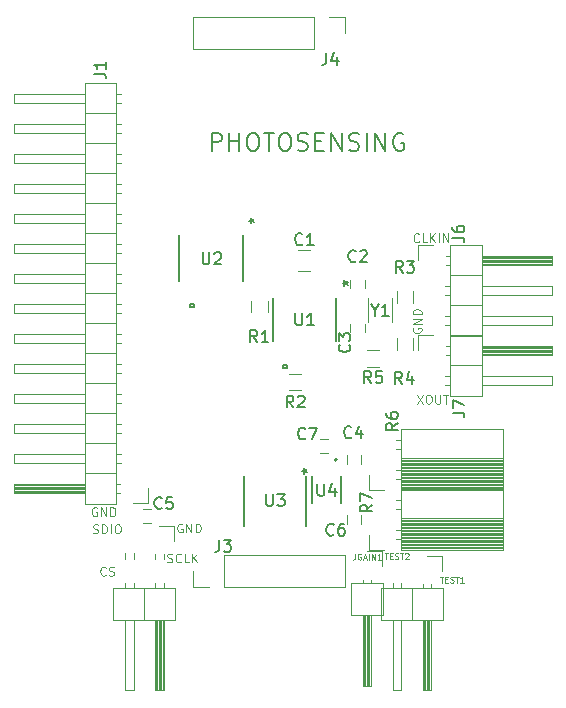
<source format=gto>
%TF.GenerationSoftware,KiCad,Pcbnew,(5.1.6-0-10_14)*%
%TF.CreationDate,2021-01-07T19:03:09+09:00*%
%TF.ProjectId,qPCR-photosensing,71504352-2d70-4686-9f74-6f73656e7369,rev?*%
%TF.SameCoordinates,Original*%
%TF.FileFunction,Legend,Top*%
%TF.FilePolarity,Positive*%
%FSLAX46Y46*%
G04 Gerber Fmt 4.6, Leading zero omitted, Abs format (unit mm)*
G04 Created by KiCad (PCBNEW (5.1.6-0-10_14)) date 2021-01-07 19:03:09*
%MOMM*%
%LPD*%
G01*
G04 APERTURE LIST*
%ADD10C,0.125000*%
%ADD11C,0.150000*%
%ADD12C,0.120000*%
%ADD13C,0.152400*%
%ADD14C,0.127000*%
%ADD15C,0.200000*%
G04 APERTURE END LIST*
D10*
X83628571Y-104615000D02*
X83557142Y-104579285D01*
X83450000Y-104579285D01*
X83342857Y-104615000D01*
X83271428Y-104686428D01*
X83235714Y-104757857D01*
X83200000Y-104900714D01*
X83200000Y-105007857D01*
X83235714Y-105150714D01*
X83271428Y-105222142D01*
X83342857Y-105293571D01*
X83450000Y-105329285D01*
X83521428Y-105329285D01*
X83628571Y-105293571D01*
X83664285Y-105257857D01*
X83664285Y-105007857D01*
X83521428Y-105007857D01*
X83985714Y-105329285D02*
X83985714Y-104579285D01*
X84414285Y-105329285D01*
X84414285Y-104579285D01*
X84771428Y-105329285D02*
X84771428Y-104579285D01*
X84950000Y-104579285D01*
X85057142Y-104615000D01*
X85128571Y-104686428D01*
X85164285Y-104757857D01*
X85200000Y-104900714D01*
X85200000Y-105007857D01*
X85164285Y-105150714D01*
X85128571Y-105222142D01*
X85057142Y-105293571D01*
X84950000Y-105329285D01*
X84771428Y-105329285D01*
X110405000Y-89411428D02*
X110369285Y-89482857D01*
X110369285Y-89590000D01*
X110405000Y-89697142D01*
X110476428Y-89768571D01*
X110547857Y-89804285D01*
X110690714Y-89840000D01*
X110797857Y-89840000D01*
X110940714Y-89804285D01*
X111012142Y-89768571D01*
X111083571Y-89697142D01*
X111119285Y-89590000D01*
X111119285Y-89518571D01*
X111083571Y-89411428D01*
X111047857Y-89375714D01*
X110797857Y-89375714D01*
X110797857Y-89518571D01*
X111119285Y-89054285D02*
X110369285Y-89054285D01*
X111119285Y-88625714D01*
X110369285Y-88625714D01*
X111119285Y-88268571D02*
X110369285Y-88268571D01*
X110369285Y-88090000D01*
X110405000Y-87982857D01*
X110476428Y-87911428D01*
X110547857Y-87875714D01*
X110690714Y-87840000D01*
X110797857Y-87840000D01*
X110940714Y-87875714D01*
X111012142Y-87911428D01*
X111083571Y-87982857D01*
X111119285Y-88090000D01*
X111119285Y-88268571D01*
X110902142Y-82087857D02*
X110866428Y-82123571D01*
X110759285Y-82159285D01*
X110687857Y-82159285D01*
X110580714Y-82123571D01*
X110509285Y-82052142D01*
X110473571Y-81980714D01*
X110437857Y-81837857D01*
X110437857Y-81730714D01*
X110473571Y-81587857D01*
X110509285Y-81516428D01*
X110580714Y-81445000D01*
X110687857Y-81409285D01*
X110759285Y-81409285D01*
X110866428Y-81445000D01*
X110902142Y-81480714D01*
X111580714Y-82159285D02*
X111223571Y-82159285D01*
X111223571Y-81409285D01*
X111830714Y-82159285D02*
X111830714Y-81409285D01*
X112259285Y-82159285D02*
X111937857Y-81730714D01*
X112259285Y-81409285D02*
X111830714Y-81837857D01*
X112580714Y-82159285D02*
X112580714Y-81409285D01*
X112937857Y-82159285D02*
X112937857Y-81409285D01*
X113366428Y-82159285D01*
X113366428Y-81409285D01*
X110718571Y-95079285D02*
X111218571Y-95829285D01*
X111218571Y-95079285D02*
X110718571Y-95829285D01*
X111647142Y-95079285D02*
X111790000Y-95079285D01*
X111861428Y-95115000D01*
X111932857Y-95186428D01*
X111968571Y-95329285D01*
X111968571Y-95579285D01*
X111932857Y-95722142D01*
X111861428Y-95793571D01*
X111790000Y-95829285D01*
X111647142Y-95829285D01*
X111575714Y-95793571D01*
X111504285Y-95722142D01*
X111468571Y-95579285D01*
X111468571Y-95329285D01*
X111504285Y-95186428D01*
X111575714Y-95115000D01*
X111647142Y-95079285D01*
X112290000Y-95079285D02*
X112290000Y-95686428D01*
X112325714Y-95757857D01*
X112361428Y-95793571D01*
X112432857Y-95829285D01*
X112575714Y-95829285D01*
X112647142Y-95793571D01*
X112682857Y-95757857D01*
X112718571Y-95686428D01*
X112718571Y-95079285D01*
X112968571Y-95079285D02*
X113397142Y-95079285D01*
X113182857Y-95829285D02*
X113182857Y-95079285D01*
X89582142Y-109233571D02*
X89689285Y-109269285D01*
X89867857Y-109269285D01*
X89939285Y-109233571D01*
X89975000Y-109197857D01*
X90010714Y-109126428D01*
X90010714Y-109055000D01*
X89975000Y-108983571D01*
X89939285Y-108947857D01*
X89867857Y-108912142D01*
X89725000Y-108876428D01*
X89653571Y-108840714D01*
X89617857Y-108805000D01*
X89582142Y-108733571D01*
X89582142Y-108662142D01*
X89617857Y-108590714D01*
X89653571Y-108555000D01*
X89725000Y-108519285D01*
X89903571Y-108519285D01*
X90010714Y-108555000D01*
X90760714Y-109197857D02*
X90725000Y-109233571D01*
X90617857Y-109269285D01*
X90546428Y-109269285D01*
X90439285Y-109233571D01*
X90367857Y-109162142D01*
X90332142Y-109090714D01*
X90296428Y-108947857D01*
X90296428Y-108840714D01*
X90332142Y-108697857D01*
X90367857Y-108626428D01*
X90439285Y-108555000D01*
X90546428Y-108519285D01*
X90617857Y-108519285D01*
X90725000Y-108555000D01*
X90760714Y-108590714D01*
X91439285Y-109269285D02*
X91082142Y-109269285D01*
X91082142Y-108519285D01*
X91689285Y-109269285D02*
X91689285Y-108519285D01*
X92117857Y-109269285D02*
X91796428Y-108840714D01*
X92117857Y-108519285D02*
X91689285Y-108947857D01*
X84365000Y-110307857D02*
X84329285Y-110343571D01*
X84222142Y-110379285D01*
X84150714Y-110379285D01*
X84043571Y-110343571D01*
X83972142Y-110272142D01*
X83936428Y-110200714D01*
X83900714Y-110057857D01*
X83900714Y-109950714D01*
X83936428Y-109807857D01*
X83972142Y-109736428D01*
X84043571Y-109665000D01*
X84150714Y-109629285D01*
X84222142Y-109629285D01*
X84329285Y-109665000D01*
X84365000Y-109700714D01*
X84650714Y-110343571D02*
X84757857Y-110379285D01*
X84936428Y-110379285D01*
X85007857Y-110343571D01*
X85043571Y-110307857D01*
X85079285Y-110236428D01*
X85079285Y-110165000D01*
X85043571Y-110093571D01*
X85007857Y-110057857D01*
X84936428Y-110022142D01*
X84793571Y-109986428D01*
X84722142Y-109950714D01*
X84686428Y-109915000D01*
X84650714Y-109843571D01*
X84650714Y-109772142D01*
X84686428Y-109700714D01*
X84722142Y-109665000D01*
X84793571Y-109629285D01*
X84972142Y-109629285D01*
X85079285Y-109665000D01*
X83319285Y-106763571D02*
X83426428Y-106799285D01*
X83605000Y-106799285D01*
X83676428Y-106763571D01*
X83712142Y-106727857D01*
X83747857Y-106656428D01*
X83747857Y-106585000D01*
X83712142Y-106513571D01*
X83676428Y-106477857D01*
X83605000Y-106442142D01*
X83462142Y-106406428D01*
X83390714Y-106370714D01*
X83355000Y-106335000D01*
X83319285Y-106263571D01*
X83319285Y-106192142D01*
X83355000Y-106120714D01*
X83390714Y-106085000D01*
X83462142Y-106049285D01*
X83640714Y-106049285D01*
X83747857Y-106085000D01*
X84069285Y-106799285D02*
X84069285Y-106049285D01*
X84247857Y-106049285D01*
X84355000Y-106085000D01*
X84426428Y-106156428D01*
X84462142Y-106227857D01*
X84497857Y-106370714D01*
X84497857Y-106477857D01*
X84462142Y-106620714D01*
X84426428Y-106692142D01*
X84355000Y-106763571D01*
X84247857Y-106799285D01*
X84069285Y-106799285D01*
X84819285Y-106799285D02*
X84819285Y-106049285D01*
X85319285Y-106049285D02*
X85462142Y-106049285D01*
X85533571Y-106085000D01*
X85605000Y-106156428D01*
X85640714Y-106299285D01*
X85640714Y-106549285D01*
X85605000Y-106692142D01*
X85533571Y-106763571D01*
X85462142Y-106799285D01*
X85319285Y-106799285D01*
X85247857Y-106763571D01*
X85176428Y-106692142D01*
X85140714Y-106549285D01*
X85140714Y-106299285D01*
X85176428Y-106156428D01*
X85247857Y-106085000D01*
X85319285Y-106049285D01*
X90848571Y-106015000D02*
X90777142Y-105979285D01*
X90670000Y-105979285D01*
X90562857Y-106015000D01*
X90491428Y-106086428D01*
X90455714Y-106157857D01*
X90420000Y-106300714D01*
X90420000Y-106407857D01*
X90455714Y-106550714D01*
X90491428Y-106622142D01*
X90562857Y-106693571D01*
X90670000Y-106729285D01*
X90741428Y-106729285D01*
X90848571Y-106693571D01*
X90884285Y-106657857D01*
X90884285Y-106407857D01*
X90741428Y-106407857D01*
X91205714Y-106729285D02*
X91205714Y-105979285D01*
X91634285Y-106729285D01*
X91634285Y-105979285D01*
X91991428Y-106729285D02*
X91991428Y-105979285D01*
X92170000Y-105979285D01*
X92277142Y-106015000D01*
X92348571Y-106086428D01*
X92384285Y-106157857D01*
X92420000Y-106300714D01*
X92420000Y-106407857D01*
X92384285Y-106550714D01*
X92348571Y-106622142D01*
X92277142Y-106693571D01*
X92170000Y-106729285D01*
X91991428Y-106729285D01*
X112674285Y-110466190D02*
X112960000Y-110466190D01*
X112817142Y-110966190D02*
X112817142Y-110466190D01*
X113126666Y-110704285D02*
X113293333Y-110704285D01*
X113364761Y-110966190D02*
X113126666Y-110966190D01*
X113126666Y-110466190D01*
X113364761Y-110466190D01*
X113555238Y-110942380D02*
X113626666Y-110966190D01*
X113745714Y-110966190D01*
X113793333Y-110942380D01*
X113817142Y-110918571D01*
X113840952Y-110870952D01*
X113840952Y-110823333D01*
X113817142Y-110775714D01*
X113793333Y-110751904D01*
X113745714Y-110728095D01*
X113650476Y-110704285D01*
X113602857Y-110680476D01*
X113579047Y-110656666D01*
X113555238Y-110609047D01*
X113555238Y-110561428D01*
X113579047Y-110513809D01*
X113602857Y-110490000D01*
X113650476Y-110466190D01*
X113769523Y-110466190D01*
X113840952Y-110490000D01*
X113983809Y-110466190D02*
X114269523Y-110466190D01*
X114126666Y-110966190D02*
X114126666Y-110466190D01*
X114698095Y-110966190D02*
X114412380Y-110966190D01*
X114555238Y-110966190D02*
X114555238Y-110466190D01*
X114507619Y-110537619D01*
X114460000Y-110585238D01*
X114412380Y-110609047D01*
X107994285Y-108476190D02*
X108280000Y-108476190D01*
X108137142Y-108976190D02*
X108137142Y-108476190D01*
X108446666Y-108714285D02*
X108613333Y-108714285D01*
X108684761Y-108976190D02*
X108446666Y-108976190D01*
X108446666Y-108476190D01*
X108684761Y-108476190D01*
X108875238Y-108952380D02*
X108946666Y-108976190D01*
X109065714Y-108976190D01*
X109113333Y-108952380D01*
X109137142Y-108928571D01*
X109160952Y-108880952D01*
X109160952Y-108833333D01*
X109137142Y-108785714D01*
X109113333Y-108761904D01*
X109065714Y-108738095D01*
X108970476Y-108714285D01*
X108922857Y-108690476D01*
X108899047Y-108666666D01*
X108875238Y-108619047D01*
X108875238Y-108571428D01*
X108899047Y-108523809D01*
X108922857Y-108500000D01*
X108970476Y-108476190D01*
X109089523Y-108476190D01*
X109160952Y-108500000D01*
X109303809Y-108476190D02*
X109589523Y-108476190D01*
X109446666Y-108976190D02*
X109446666Y-108476190D01*
X109732380Y-108523809D02*
X109756190Y-108500000D01*
X109803809Y-108476190D01*
X109922857Y-108476190D01*
X109970476Y-108500000D01*
X109994285Y-108523809D01*
X110018095Y-108571428D01*
X110018095Y-108619047D01*
X109994285Y-108690476D01*
X109708571Y-108976190D01*
X110018095Y-108976190D01*
D11*
X93342857Y-74408571D02*
X93342857Y-72908571D01*
X93914285Y-72908571D01*
X94057142Y-72980000D01*
X94128571Y-73051428D01*
X94200000Y-73194285D01*
X94200000Y-73408571D01*
X94128571Y-73551428D01*
X94057142Y-73622857D01*
X93914285Y-73694285D01*
X93342857Y-73694285D01*
X94842857Y-74408571D02*
X94842857Y-72908571D01*
X94842857Y-73622857D02*
X95700000Y-73622857D01*
X95700000Y-74408571D02*
X95700000Y-72908571D01*
X96700000Y-72908571D02*
X96985714Y-72908571D01*
X97128571Y-72980000D01*
X97271428Y-73122857D01*
X97342857Y-73408571D01*
X97342857Y-73908571D01*
X97271428Y-74194285D01*
X97128571Y-74337142D01*
X96985714Y-74408571D01*
X96700000Y-74408571D01*
X96557142Y-74337142D01*
X96414285Y-74194285D01*
X96342857Y-73908571D01*
X96342857Y-73408571D01*
X96414285Y-73122857D01*
X96557142Y-72980000D01*
X96700000Y-72908571D01*
X97771428Y-72908571D02*
X98628571Y-72908571D01*
X98200000Y-74408571D02*
X98200000Y-72908571D01*
X99414285Y-72908571D02*
X99700000Y-72908571D01*
X99842857Y-72980000D01*
X99985714Y-73122857D01*
X100057142Y-73408571D01*
X100057142Y-73908571D01*
X99985714Y-74194285D01*
X99842857Y-74337142D01*
X99700000Y-74408571D01*
X99414285Y-74408571D01*
X99271428Y-74337142D01*
X99128571Y-74194285D01*
X99057142Y-73908571D01*
X99057142Y-73408571D01*
X99128571Y-73122857D01*
X99271428Y-72980000D01*
X99414285Y-72908571D01*
X100628571Y-74337142D02*
X100842857Y-74408571D01*
X101200000Y-74408571D01*
X101342857Y-74337142D01*
X101414285Y-74265714D01*
X101485714Y-74122857D01*
X101485714Y-73980000D01*
X101414285Y-73837142D01*
X101342857Y-73765714D01*
X101200000Y-73694285D01*
X100914285Y-73622857D01*
X100771428Y-73551428D01*
X100700000Y-73480000D01*
X100628571Y-73337142D01*
X100628571Y-73194285D01*
X100700000Y-73051428D01*
X100771428Y-72980000D01*
X100914285Y-72908571D01*
X101271428Y-72908571D01*
X101485714Y-72980000D01*
X102128571Y-73622857D02*
X102628571Y-73622857D01*
X102842857Y-74408571D02*
X102128571Y-74408571D01*
X102128571Y-72908571D01*
X102842857Y-72908571D01*
X103485714Y-74408571D02*
X103485714Y-72908571D01*
X104342857Y-74408571D01*
X104342857Y-72908571D01*
X104985714Y-74337142D02*
X105200000Y-74408571D01*
X105557142Y-74408571D01*
X105700000Y-74337142D01*
X105771428Y-74265714D01*
X105842857Y-74122857D01*
X105842857Y-73980000D01*
X105771428Y-73837142D01*
X105700000Y-73765714D01*
X105557142Y-73694285D01*
X105271428Y-73622857D01*
X105128571Y-73551428D01*
X105057142Y-73480000D01*
X104985714Y-73337142D01*
X104985714Y-73194285D01*
X105057142Y-73051428D01*
X105128571Y-72980000D01*
X105271428Y-72908571D01*
X105628571Y-72908571D01*
X105842857Y-72980000D01*
X106485714Y-74408571D02*
X106485714Y-72908571D01*
X107200000Y-74408571D02*
X107200000Y-72908571D01*
X108057142Y-74408571D01*
X108057142Y-72908571D01*
X109557142Y-72980000D02*
X109414285Y-72908571D01*
X109200000Y-72908571D01*
X108985714Y-72980000D01*
X108842857Y-73122857D01*
X108771428Y-73265714D01*
X108700000Y-73551428D01*
X108700000Y-73765714D01*
X108771428Y-74051428D01*
X108842857Y-74194285D01*
X108985714Y-74337142D01*
X109200000Y-74408571D01*
X109342857Y-74408571D01*
X109557142Y-74337142D01*
X109628571Y-74265714D01*
X109628571Y-73765714D01*
X109342857Y-73765714D01*
D12*
%TO.C,C1*%
X101700000Y-82850000D02*
X100700000Y-82850000D01*
X100700000Y-84550000D02*
X101700000Y-84550000D01*
%TO.C,C2*%
X105100000Y-86050000D02*
X105100000Y-85350000D01*
X106300000Y-85350000D02*
X106300000Y-86050000D01*
%TO.C,C3*%
X105100000Y-89750000D02*
X105100000Y-89050000D01*
X106300000Y-89050000D02*
X106300000Y-89750000D01*
%TO.C,C4*%
X104780000Y-100900000D02*
X104780000Y-100200000D01*
X105980000Y-100200000D02*
X105980000Y-100900000D01*
%TO.C,C5*%
X88250000Y-105900000D02*
X87550000Y-105900000D01*
X87550000Y-104700000D02*
X88250000Y-104700000D01*
%TO.C,C6*%
X105980000Y-105280000D02*
X105980000Y-105980000D01*
X104780000Y-105980000D02*
X104780000Y-105280000D01*
%TO.C,C7*%
X102480000Y-98790000D02*
X103180000Y-98790000D01*
X103180000Y-99990000D02*
X102480000Y-99990000D01*
%TO.C,J3*%
X104628000Y-111330000D02*
X104628000Y-108670000D01*
X94408000Y-111330000D02*
X104628000Y-111330000D01*
X94408000Y-108670000D02*
X104628000Y-108670000D01*
X94408000Y-111330000D02*
X94408000Y-108670000D01*
X93138000Y-111330000D02*
X91808000Y-111330000D01*
X91808000Y-111330000D02*
X91808000Y-110000000D01*
%TO.C,J4*%
X104628000Y-63110000D02*
X104628000Y-64440000D01*
X103298000Y-63110000D02*
X104628000Y-63110000D01*
X102028000Y-63110000D02*
X102028000Y-65770000D01*
X102028000Y-65770000D02*
X91808000Y-65770000D01*
X102028000Y-63110000D02*
X91808000Y-63110000D01*
X91808000Y-63110000D02*
X91808000Y-65770000D01*
%TO.C,R1*%
X96720000Y-88100000D02*
X96720000Y-87100000D01*
X98080000Y-87100000D02*
X98080000Y-88100000D01*
%TO.C,R2*%
X99900000Y-93320000D02*
X100900000Y-93320000D01*
X100900000Y-94680000D02*
X99900000Y-94680000D01*
%TO.C,R3*%
X110380000Y-86300000D02*
X110380000Y-87300000D01*
X109020000Y-87300000D02*
X109020000Y-86300000D01*
%TO.C,R4*%
X110380000Y-90300000D02*
X110380000Y-91300000D01*
X109020000Y-91300000D02*
X109020000Y-90300000D01*
%TO.C,R5*%
X107500000Y-92680000D02*
X106500000Y-92680000D01*
X106500000Y-91320000D02*
X107500000Y-91320000D01*
D13*
%TO.C,U1*%
X99765499Y-92510000D02*
X99765499Y-92764000D01*
X99384499Y-92510000D02*
X99765499Y-92510000D01*
X99384499Y-92764000D02*
X99384499Y-92510000D01*
X99765499Y-92764000D02*
X99384499Y-92764000D01*
X103879700Y-90539424D02*
X103879700Y-86860576D01*
X98520300Y-86860576D02*
X98520300Y-90539424D01*
%TO.C,U2*%
X91865499Y-87411600D02*
X91865499Y-87665600D01*
X91484499Y-87411600D02*
X91865499Y-87411600D01*
X91484499Y-87665600D02*
X91484499Y-87411600D01*
X91865499Y-87665600D02*
X91484499Y-87665600D01*
X95979700Y-85441024D02*
X95979700Y-81558976D01*
X90620300Y-81558976D02*
X90620300Y-85441024D01*
%TO.C,U3*%
X101348900Y-106150900D02*
X101348900Y-101909100D01*
X96091100Y-101909100D02*
X96091100Y-106150900D01*
D14*
%TO.C,U4*%
X101885000Y-101940000D02*
X101885000Y-104240000D01*
X104295000Y-101940000D02*
X104295000Y-104240000D01*
D15*
X103940000Y-100565000D02*
G75*
G03*
X103940000Y-100565000I-100000J0D01*
G01*
D12*
%TO.C,Y1*%
X108620000Y-88900000D02*
X108620000Y-86900000D01*
X106580000Y-86900000D02*
X106580000Y-88900000D01*
%TO.C,J1*%
X85290000Y-104330000D02*
X85290000Y-68650000D01*
X85290000Y-68650000D02*
X82630000Y-68650000D01*
X82630000Y-68650000D02*
X82630000Y-104330000D01*
X82630000Y-104330000D02*
X85290000Y-104330000D01*
X82630000Y-103380000D02*
X76630000Y-103380000D01*
X76630000Y-103380000D02*
X76630000Y-102620000D01*
X76630000Y-102620000D02*
X82630000Y-102620000D01*
X82630000Y-103320000D02*
X76630000Y-103320000D01*
X82630000Y-103200000D02*
X76630000Y-103200000D01*
X82630000Y-103080000D02*
X76630000Y-103080000D01*
X82630000Y-102960000D02*
X76630000Y-102960000D01*
X82630000Y-102840000D02*
X76630000Y-102840000D01*
X82630000Y-102720000D02*
X76630000Y-102720000D01*
X85620000Y-103380000D02*
X85290000Y-103380000D01*
X85620000Y-102620000D02*
X85290000Y-102620000D01*
X85290000Y-101730000D02*
X82630000Y-101730000D01*
X82630000Y-100840000D02*
X76630000Y-100840000D01*
X76630000Y-100840000D02*
X76630000Y-100080000D01*
X76630000Y-100080000D02*
X82630000Y-100080000D01*
X85687071Y-100840000D02*
X85290000Y-100840000D01*
X85687071Y-100080000D02*
X85290000Y-100080000D01*
X85290000Y-99190000D02*
X82630000Y-99190000D01*
X82630000Y-98300000D02*
X76630000Y-98300000D01*
X76630000Y-98300000D02*
X76630000Y-97540000D01*
X76630000Y-97540000D02*
X82630000Y-97540000D01*
X85687071Y-98300000D02*
X85290000Y-98300000D01*
X85687071Y-97540000D02*
X85290000Y-97540000D01*
X85290000Y-96650000D02*
X82630000Y-96650000D01*
X82630000Y-95760000D02*
X76630000Y-95760000D01*
X76630000Y-95760000D02*
X76630000Y-95000000D01*
X76630000Y-95000000D02*
X82630000Y-95000000D01*
X85687071Y-95760000D02*
X85290000Y-95760000D01*
X85687071Y-95000000D02*
X85290000Y-95000000D01*
X85290000Y-94110000D02*
X82630000Y-94110000D01*
X82630000Y-93220000D02*
X76630000Y-93220000D01*
X76630000Y-93220000D02*
X76630000Y-92460000D01*
X76630000Y-92460000D02*
X82630000Y-92460000D01*
X85687071Y-93220000D02*
X85290000Y-93220000D01*
X85687071Y-92460000D02*
X85290000Y-92460000D01*
X85290000Y-91570000D02*
X82630000Y-91570000D01*
X82630000Y-90680000D02*
X76630000Y-90680000D01*
X76630000Y-90680000D02*
X76630000Y-89920000D01*
X76630000Y-89920000D02*
X82630000Y-89920000D01*
X85687071Y-90680000D02*
X85290000Y-90680000D01*
X85687071Y-89920000D02*
X85290000Y-89920000D01*
X85290000Y-89030000D02*
X82630000Y-89030000D01*
X82630000Y-88140000D02*
X76630000Y-88140000D01*
X76630000Y-88140000D02*
X76630000Y-87380000D01*
X76630000Y-87380000D02*
X82630000Y-87380000D01*
X85687071Y-88140000D02*
X85290000Y-88140000D01*
X85687071Y-87380000D02*
X85290000Y-87380000D01*
X85290000Y-86490000D02*
X82630000Y-86490000D01*
X82630000Y-85600000D02*
X76630000Y-85600000D01*
X76630000Y-85600000D02*
X76630000Y-84840000D01*
X76630000Y-84840000D02*
X82630000Y-84840000D01*
X85687071Y-85600000D02*
X85290000Y-85600000D01*
X85687071Y-84840000D02*
X85290000Y-84840000D01*
X85290000Y-83950000D02*
X82630000Y-83950000D01*
X82630000Y-83060000D02*
X76630000Y-83060000D01*
X76630000Y-83060000D02*
X76630000Y-82300000D01*
X76630000Y-82300000D02*
X82630000Y-82300000D01*
X85687071Y-83060000D02*
X85290000Y-83060000D01*
X85687071Y-82300000D02*
X85290000Y-82300000D01*
X85290000Y-81410000D02*
X82630000Y-81410000D01*
X82630000Y-80520000D02*
X76630000Y-80520000D01*
X76630000Y-80520000D02*
X76630000Y-79760000D01*
X76630000Y-79760000D02*
X82630000Y-79760000D01*
X85687071Y-80520000D02*
X85290000Y-80520000D01*
X85687071Y-79760000D02*
X85290000Y-79760000D01*
X85290000Y-78870000D02*
X82630000Y-78870000D01*
X82630000Y-77980000D02*
X76630000Y-77980000D01*
X76630000Y-77980000D02*
X76630000Y-77220000D01*
X76630000Y-77220000D02*
X82630000Y-77220000D01*
X85687071Y-77980000D02*
X85290000Y-77980000D01*
X85687071Y-77220000D02*
X85290000Y-77220000D01*
X85290000Y-76330000D02*
X82630000Y-76330000D01*
X82630000Y-75440000D02*
X76630000Y-75440000D01*
X76630000Y-75440000D02*
X76630000Y-74680000D01*
X76630000Y-74680000D02*
X82630000Y-74680000D01*
X85687071Y-75440000D02*
X85290000Y-75440000D01*
X85687071Y-74680000D02*
X85290000Y-74680000D01*
X85290000Y-73790000D02*
X82630000Y-73790000D01*
X82630000Y-72900000D02*
X76630000Y-72900000D01*
X76630000Y-72900000D02*
X76630000Y-72140000D01*
X76630000Y-72140000D02*
X82630000Y-72140000D01*
X85687071Y-72900000D02*
X85290000Y-72900000D01*
X85687071Y-72140000D02*
X85290000Y-72140000D01*
X85290000Y-71250000D02*
X82630000Y-71250000D01*
X82630000Y-70360000D02*
X76630000Y-70360000D01*
X76630000Y-70360000D02*
X76630000Y-69600000D01*
X76630000Y-69600000D02*
X82630000Y-69600000D01*
X85687071Y-70360000D02*
X85290000Y-70360000D01*
X85687071Y-69600000D02*
X85290000Y-69600000D01*
X88000000Y-103000000D02*
X88000000Y-104270000D01*
X88000000Y-104270000D02*
X86730000Y-104270000D01*
%TO.C,JTHERM1*%
X112910000Y-111440000D02*
X107710000Y-111440000D01*
X107710000Y-111440000D02*
X107710000Y-114100000D01*
X107710000Y-114100000D02*
X112910000Y-114100000D01*
X112910000Y-114100000D02*
X112910000Y-111440000D01*
X111960000Y-114100000D02*
X111960000Y-120100000D01*
X111960000Y-120100000D02*
X111200000Y-120100000D01*
X111200000Y-120100000D02*
X111200000Y-114100000D01*
X111900000Y-114100000D02*
X111900000Y-120100000D01*
X111780000Y-114100000D02*
X111780000Y-120100000D01*
X111660000Y-114100000D02*
X111660000Y-120100000D01*
X111540000Y-114100000D02*
X111540000Y-120100000D01*
X111420000Y-114100000D02*
X111420000Y-120100000D01*
X111300000Y-114100000D02*
X111300000Y-120100000D01*
X111960000Y-111110000D02*
X111960000Y-111440000D01*
X111200000Y-111110000D02*
X111200000Y-111440000D01*
X110310000Y-111440000D02*
X110310000Y-114100000D01*
X109420000Y-114100000D02*
X109420000Y-120100000D01*
X109420000Y-120100000D02*
X108660000Y-120100000D01*
X108660000Y-120100000D02*
X108660000Y-114100000D01*
X109420000Y-111042929D02*
X109420000Y-111440000D01*
X108660000Y-111042929D02*
X108660000Y-111440000D01*
X111580000Y-108730000D02*
X112850000Y-108730000D01*
X112850000Y-108730000D02*
X112850000Y-110000000D01*
%TO.C,J6*%
X113540000Y-82370000D02*
X113540000Y-90110000D01*
X113540000Y-90110000D02*
X116200000Y-90110000D01*
X116200000Y-90110000D02*
X116200000Y-82370000D01*
X116200000Y-82370000D02*
X113540000Y-82370000D01*
X116200000Y-83320000D02*
X122200000Y-83320000D01*
X122200000Y-83320000D02*
X122200000Y-84080000D01*
X122200000Y-84080000D02*
X116200000Y-84080000D01*
X116200000Y-83380000D02*
X122200000Y-83380000D01*
X116200000Y-83500000D02*
X122200000Y-83500000D01*
X116200000Y-83620000D02*
X122200000Y-83620000D01*
X116200000Y-83740000D02*
X122200000Y-83740000D01*
X116200000Y-83860000D02*
X122200000Y-83860000D01*
X116200000Y-83980000D02*
X122200000Y-83980000D01*
X113210000Y-83320000D02*
X113540000Y-83320000D01*
X113210000Y-84080000D02*
X113540000Y-84080000D01*
X113540000Y-84970000D02*
X116200000Y-84970000D01*
X116200000Y-85860000D02*
X122200000Y-85860000D01*
X122200000Y-85860000D02*
X122200000Y-86620000D01*
X122200000Y-86620000D02*
X116200000Y-86620000D01*
X113142929Y-85860000D02*
X113540000Y-85860000D01*
X113142929Y-86620000D02*
X113540000Y-86620000D01*
X113540000Y-87510000D02*
X116200000Y-87510000D01*
X116200000Y-88400000D02*
X122200000Y-88400000D01*
X122200000Y-88400000D02*
X122200000Y-89160000D01*
X122200000Y-89160000D02*
X116200000Y-89160000D01*
X113142929Y-88400000D02*
X113540000Y-88400000D01*
X113142929Y-89160000D02*
X113540000Y-89160000D01*
X110830000Y-83700000D02*
X110830000Y-82430000D01*
X110830000Y-82430000D02*
X112100000Y-82430000D01*
%TO.C,J7*%
X110830000Y-90050000D02*
X112100000Y-90050000D01*
X110830000Y-91320000D02*
X110830000Y-90050000D01*
X113142929Y-94240000D02*
X113540000Y-94240000D01*
X113142929Y-93480000D02*
X113540000Y-93480000D01*
X122200000Y-94240000D02*
X116200000Y-94240000D01*
X122200000Y-93480000D02*
X122200000Y-94240000D01*
X116200000Y-93480000D02*
X122200000Y-93480000D01*
X113540000Y-92590000D02*
X116200000Y-92590000D01*
X113210000Y-91700000D02*
X113540000Y-91700000D01*
X113210000Y-90940000D02*
X113540000Y-90940000D01*
X116200000Y-91600000D02*
X122200000Y-91600000D01*
X116200000Y-91480000D02*
X122200000Y-91480000D01*
X116200000Y-91360000D02*
X122200000Y-91360000D01*
X116200000Y-91240000D02*
X122200000Y-91240000D01*
X116200000Y-91120000D02*
X122200000Y-91120000D01*
X116200000Y-91000000D02*
X122200000Y-91000000D01*
X122200000Y-91700000D02*
X116200000Y-91700000D01*
X122200000Y-90940000D02*
X122200000Y-91700000D01*
X116200000Y-90940000D02*
X122200000Y-90940000D01*
X116200000Y-89990000D02*
X113540000Y-89990000D01*
X116200000Y-95190000D02*
X116200000Y-89990000D01*
X113540000Y-95190000D02*
X116200000Y-95190000D01*
X113540000Y-89990000D02*
X113540000Y-95190000D01*
%TO.C,R6*%
X106660000Y-103090000D02*
X106660000Y-101820000D01*
X107930000Y-103090000D02*
X106660000Y-103090000D01*
X108960000Y-98900000D02*
X109390000Y-98900000D01*
X108960000Y-99660000D02*
X109390000Y-99660000D01*
X118020000Y-100550000D02*
X109390000Y-100550000D01*
X118020000Y-97950000D02*
X118020000Y-100550000D01*
X109390000Y-97950000D02*
X118020000Y-97950000D01*
X109390000Y-100550000D02*
X109390000Y-97950000D01*
X109390000Y-100450000D02*
X118020000Y-100450000D01*
X109390000Y-100570000D02*
X118020000Y-100570000D01*
X109390000Y-100690000D02*
X118020000Y-100690000D01*
X109390000Y-100810000D02*
X118020000Y-100810000D01*
X109390000Y-100930000D02*
X118020000Y-100930000D01*
X109390000Y-101050000D02*
X118020000Y-101050000D01*
X109390000Y-101170000D02*
X118020000Y-101170000D01*
X109390000Y-101290000D02*
X118020000Y-101290000D01*
X109390000Y-101410000D02*
X118020000Y-101410000D01*
X109390000Y-101530000D02*
X118020000Y-101530000D01*
X109390000Y-101650000D02*
X118020000Y-101650000D01*
X109390000Y-101770000D02*
X118020000Y-101770000D01*
X109390000Y-101890000D02*
X118020000Y-101890000D01*
X109390000Y-102010000D02*
X118020000Y-102010000D01*
X109390000Y-102130000D02*
X118020000Y-102130000D01*
X109390000Y-102250000D02*
X118020000Y-102250000D01*
X109390000Y-102370000D02*
X118020000Y-102370000D01*
X109390000Y-102490000D02*
X118020000Y-102490000D01*
X109390000Y-102610000D02*
X118020000Y-102610000D01*
X109390000Y-102730000D02*
X118020000Y-102730000D01*
X109390000Y-102850000D02*
X118020000Y-102850000D01*
X109390000Y-102970000D02*
X118020000Y-102970000D01*
X108960000Y-101440000D02*
X109390000Y-101440000D01*
X108960000Y-102200000D02*
X109390000Y-102200000D01*
X118020000Y-103150000D02*
X109390000Y-103150000D01*
X118020000Y-100550000D02*
X118020000Y-103150000D01*
X109390000Y-100550000D02*
X118020000Y-100550000D01*
X109390000Y-103150000D02*
X109390000Y-100550000D01*
%TO.C,R7*%
X109390000Y-108230000D02*
X109390000Y-105630000D01*
X109390000Y-105630000D02*
X118020000Y-105630000D01*
X118020000Y-105630000D02*
X118020000Y-108230000D01*
X118020000Y-108230000D02*
X109390000Y-108230000D01*
X108960000Y-107280000D02*
X109390000Y-107280000D01*
X108960000Y-106520000D02*
X109390000Y-106520000D01*
X109390000Y-108050000D02*
X118020000Y-108050000D01*
X109390000Y-107930000D02*
X118020000Y-107930000D01*
X109390000Y-107810000D02*
X118020000Y-107810000D01*
X109390000Y-107690000D02*
X118020000Y-107690000D01*
X109390000Y-107570000D02*
X118020000Y-107570000D01*
X109390000Y-107450000D02*
X118020000Y-107450000D01*
X109390000Y-107330000D02*
X118020000Y-107330000D01*
X109390000Y-107210000D02*
X118020000Y-107210000D01*
X109390000Y-107090000D02*
X118020000Y-107090000D01*
X109390000Y-106970000D02*
X118020000Y-106970000D01*
X109390000Y-106850000D02*
X118020000Y-106850000D01*
X109390000Y-106730000D02*
X118020000Y-106730000D01*
X109390000Y-106610000D02*
X118020000Y-106610000D01*
X109390000Y-106490000D02*
X118020000Y-106490000D01*
X109390000Y-106370000D02*
X118020000Y-106370000D01*
X109390000Y-106250000D02*
X118020000Y-106250000D01*
X109390000Y-106130000D02*
X118020000Y-106130000D01*
X109390000Y-106010000D02*
X118020000Y-106010000D01*
X109390000Y-105890000D02*
X118020000Y-105890000D01*
X109390000Y-105770000D02*
X118020000Y-105770000D01*
X109390000Y-105650000D02*
X118020000Y-105650000D01*
X109390000Y-105530000D02*
X118020000Y-105530000D01*
X109390000Y-105630000D02*
X109390000Y-103030000D01*
X109390000Y-103030000D02*
X118020000Y-103030000D01*
X118020000Y-103030000D02*
X118020000Y-105630000D01*
X118020000Y-105630000D02*
X109390000Y-105630000D01*
X108960000Y-104740000D02*
X109390000Y-104740000D01*
X108960000Y-103980000D02*
X109390000Y-103980000D01*
X107930000Y-108170000D02*
X106660000Y-108170000D01*
X106660000Y-108170000D02*
X106660000Y-106900000D01*
%TO.C,JGAIN1*%
X107770000Y-108330000D02*
X107770000Y-109600000D01*
X106500000Y-108330000D02*
X107770000Y-108330000D01*
X106120000Y-110710000D02*
X106120000Y-111040000D01*
X106880000Y-110710000D02*
X106880000Y-111040000D01*
X106220000Y-113700000D02*
X106220000Y-119700000D01*
X106340000Y-113700000D02*
X106340000Y-119700000D01*
X106460000Y-113700000D02*
X106460000Y-119700000D01*
X106580000Y-113700000D02*
X106580000Y-119700000D01*
X106700000Y-113700000D02*
X106700000Y-119700000D01*
X106820000Y-113700000D02*
X106820000Y-119700000D01*
X106120000Y-119700000D02*
X106120000Y-113700000D01*
X106880000Y-119700000D02*
X106120000Y-119700000D01*
X106880000Y-113700000D02*
X106880000Y-119700000D01*
X107830000Y-113700000D02*
X107830000Y-111040000D01*
X105170000Y-113700000D02*
X107830000Y-113700000D01*
X105170000Y-111040000D02*
X105170000Y-113700000D01*
X107830000Y-111040000D02*
X105170000Y-111040000D01*
%TO.C,JSPI1*%
X90230000Y-111440000D02*
X85030000Y-111440000D01*
X85030000Y-111440000D02*
X85030000Y-114100000D01*
X85030000Y-114100000D02*
X90230000Y-114100000D01*
X90230000Y-114100000D02*
X90230000Y-111440000D01*
X89280000Y-114100000D02*
X89280000Y-120100000D01*
X89280000Y-120100000D02*
X88520000Y-120100000D01*
X88520000Y-120100000D02*
X88520000Y-114100000D01*
X89220000Y-114100000D02*
X89220000Y-120100000D01*
X89100000Y-114100000D02*
X89100000Y-120100000D01*
X88980000Y-114100000D02*
X88980000Y-120100000D01*
X88860000Y-114100000D02*
X88860000Y-120100000D01*
X88740000Y-114100000D02*
X88740000Y-120100000D01*
X88620000Y-114100000D02*
X88620000Y-120100000D01*
X89280000Y-111042929D02*
X89280000Y-111440000D01*
X88520000Y-111042929D02*
X88520000Y-111440000D01*
X89280000Y-108570000D02*
X89280000Y-108957071D01*
X88520000Y-108570000D02*
X88520000Y-108957071D01*
X87630000Y-111440000D02*
X87630000Y-114100000D01*
X86740000Y-114100000D02*
X86740000Y-120100000D01*
X86740000Y-120100000D02*
X85980000Y-120100000D01*
X85980000Y-120100000D02*
X85980000Y-114100000D01*
X86740000Y-111042929D02*
X86740000Y-111440000D01*
X85980000Y-111042929D02*
X85980000Y-111440000D01*
X86740000Y-108502929D02*
X86740000Y-108957071D01*
X85980000Y-108502929D02*
X85980000Y-108957071D01*
X88900000Y-106190000D02*
X90170000Y-106190000D01*
X90170000Y-106190000D02*
X90170000Y-107460000D01*
%TO.C,C1*%
D11*
X101033333Y-82307142D02*
X100985714Y-82354761D01*
X100842857Y-82402380D01*
X100747619Y-82402380D01*
X100604761Y-82354761D01*
X100509523Y-82259523D01*
X100461904Y-82164285D01*
X100414285Y-81973809D01*
X100414285Y-81830952D01*
X100461904Y-81640476D01*
X100509523Y-81545238D01*
X100604761Y-81450000D01*
X100747619Y-81402380D01*
X100842857Y-81402380D01*
X100985714Y-81450000D01*
X101033333Y-81497619D01*
X101985714Y-82402380D02*
X101414285Y-82402380D01*
X101700000Y-82402380D02*
X101700000Y-81402380D01*
X101604761Y-81545238D01*
X101509523Y-81640476D01*
X101414285Y-81688095D01*
%TO.C,C2*%
X105543333Y-83737142D02*
X105495714Y-83784761D01*
X105352857Y-83832380D01*
X105257619Y-83832380D01*
X105114761Y-83784761D01*
X105019523Y-83689523D01*
X104971904Y-83594285D01*
X104924285Y-83403809D01*
X104924285Y-83260952D01*
X104971904Y-83070476D01*
X105019523Y-82975238D01*
X105114761Y-82880000D01*
X105257619Y-82832380D01*
X105352857Y-82832380D01*
X105495714Y-82880000D01*
X105543333Y-82927619D01*
X105924285Y-82927619D02*
X105971904Y-82880000D01*
X106067142Y-82832380D01*
X106305238Y-82832380D01*
X106400476Y-82880000D01*
X106448095Y-82927619D01*
X106495714Y-83022857D01*
X106495714Y-83118095D01*
X106448095Y-83260952D01*
X105876666Y-83832380D01*
X106495714Y-83832380D01*
%TO.C,C3*%
X104997142Y-90826666D02*
X105044761Y-90874285D01*
X105092380Y-91017142D01*
X105092380Y-91112380D01*
X105044761Y-91255238D01*
X104949523Y-91350476D01*
X104854285Y-91398095D01*
X104663809Y-91445714D01*
X104520952Y-91445714D01*
X104330476Y-91398095D01*
X104235238Y-91350476D01*
X104140000Y-91255238D01*
X104092380Y-91112380D01*
X104092380Y-91017142D01*
X104140000Y-90874285D01*
X104187619Y-90826666D01*
X104092380Y-90493333D02*
X104092380Y-89874285D01*
X104473333Y-90207619D01*
X104473333Y-90064761D01*
X104520952Y-89969523D01*
X104568571Y-89921904D01*
X104663809Y-89874285D01*
X104901904Y-89874285D01*
X104997142Y-89921904D01*
X105044761Y-89969523D01*
X105092380Y-90064761D01*
X105092380Y-90350476D01*
X105044761Y-90445714D01*
X104997142Y-90493333D01*
%TO.C,C4*%
X105173333Y-98647142D02*
X105125714Y-98694761D01*
X104982857Y-98742380D01*
X104887619Y-98742380D01*
X104744761Y-98694761D01*
X104649523Y-98599523D01*
X104601904Y-98504285D01*
X104554285Y-98313809D01*
X104554285Y-98170952D01*
X104601904Y-97980476D01*
X104649523Y-97885238D01*
X104744761Y-97790000D01*
X104887619Y-97742380D01*
X104982857Y-97742380D01*
X105125714Y-97790000D01*
X105173333Y-97837619D01*
X106030476Y-98075714D02*
X106030476Y-98742380D01*
X105792380Y-97694761D02*
X105554285Y-98409047D01*
X106173333Y-98409047D01*
%TO.C,C5*%
X89123333Y-104647142D02*
X89075714Y-104694761D01*
X88932857Y-104742380D01*
X88837619Y-104742380D01*
X88694761Y-104694761D01*
X88599523Y-104599523D01*
X88551904Y-104504285D01*
X88504285Y-104313809D01*
X88504285Y-104170952D01*
X88551904Y-103980476D01*
X88599523Y-103885238D01*
X88694761Y-103790000D01*
X88837619Y-103742380D01*
X88932857Y-103742380D01*
X89075714Y-103790000D01*
X89123333Y-103837619D01*
X90028095Y-103742380D02*
X89551904Y-103742380D01*
X89504285Y-104218571D01*
X89551904Y-104170952D01*
X89647142Y-104123333D01*
X89885238Y-104123333D01*
X89980476Y-104170952D01*
X90028095Y-104218571D01*
X90075714Y-104313809D01*
X90075714Y-104551904D01*
X90028095Y-104647142D01*
X89980476Y-104694761D01*
X89885238Y-104742380D01*
X89647142Y-104742380D01*
X89551904Y-104694761D01*
X89504285Y-104647142D01*
%TO.C,C6*%
X103683333Y-106897142D02*
X103635714Y-106944761D01*
X103492857Y-106992380D01*
X103397619Y-106992380D01*
X103254761Y-106944761D01*
X103159523Y-106849523D01*
X103111904Y-106754285D01*
X103064285Y-106563809D01*
X103064285Y-106420952D01*
X103111904Y-106230476D01*
X103159523Y-106135238D01*
X103254761Y-106040000D01*
X103397619Y-105992380D01*
X103492857Y-105992380D01*
X103635714Y-106040000D01*
X103683333Y-106087619D01*
X104540476Y-105992380D02*
X104350000Y-105992380D01*
X104254761Y-106040000D01*
X104207142Y-106087619D01*
X104111904Y-106230476D01*
X104064285Y-106420952D01*
X104064285Y-106801904D01*
X104111904Y-106897142D01*
X104159523Y-106944761D01*
X104254761Y-106992380D01*
X104445238Y-106992380D01*
X104540476Y-106944761D01*
X104588095Y-106897142D01*
X104635714Y-106801904D01*
X104635714Y-106563809D01*
X104588095Y-106468571D01*
X104540476Y-106420952D01*
X104445238Y-106373333D01*
X104254761Y-106373333D01*
X104159523Y-106420952D01*
X104111904Y-106468571D01*
X104064285Y-106563809D01*
%TO.C,C7*%
X101283333Y-98747142D02*
X101235714Y-98794761D01*
X101092857Y-98842380D01*
X100997619Y-98842380D01*
X100854761Y-98794761D01*
X100759523Y-98699523D01*
X100711904Y-98604285D01*
X100664285Y-98413809D01*
X100664285Y-98270952D01*
X100711904Y-98080476D01*
X100759523Y-97985238D01*
X100854761Y-97890000D01*
X100997619Y-97842380D01*
X101092857Y-97842380D01*
X101235714Y-97890000D01*
X101283333Y-97937619D01*
X101616666Y-97842380D02*
X102283333Y-97842380D01*
X101854761Y-98842380D01*
%TO.C,J3*%
X93986666Y-107352380D02*
X93986666Y-108066666D01*
X93939047Y-108209523D01*
X93843809Y-108304761D01*
X93700952Y-108352380D01*
X93605714Y-108352380D01*
X94367619Y-107352380D02*
X94986666Y-107352380D01*
X94653333Y-107733333D01*
X94796190Y-107733333D01*
X94891428Y-107780952D01*
X94939047Y-107828571D01*
X94986666Y-107923809D01*
X94986666Y-108161904D01*
X94939047Y-108257142D01*
X94891428Y-108304761D01*
X94796190Y-108352380D01*
X94510476Y-108352380D01*
X94415238Y-108304761D01*
X94367619Y-108257142D01*
%TO.C,J4*%
X103056666Y-66112380D02*
X103056666Y-66826666D01*
X103009047Y-66969523D01*
X102913809Y-67064761D01*
X102770952Y-67112380D01*
X102675714Y-67112380D01*
X103961428Y-66445714D02*
X103961428Y-67112380D01*
X103723333Y-66064761D02*
X103485238Y-66779047D01*
X104104285Y-66779047D01*
%TO.C,R1*%
X97203333Y-90602380D02*
X96870000Y-90126190D01*
X96631904Y-90602380D02*
X96631904Y-89602380D01*
X97012857Y-89602380D01*
X97108095Y-89650000D01*
X97155714Y-89697619D01*
X97203333Y-89792857D01*
X97203333Y-89935714D01*
X97155714Y-90030952D01*
X97108095Y-90078571D01*
X97012857Y-90126190D01*
X96631904Y-90126190D01*
X98155714Y-90602380D02*
X97584285Y-90602380D01*
X97870000Y-90602380D02*
X97870000Y-89602380D01*
X97774761Y-89745238D01*
X97679523Y-89840476D01*
X97584285Y-89888095D01*
%TO.C,R2*%
X100263333Y-96142380D02*
X99930000Y-95666190D01*
X99691904Y-96142380D02*
X99691904Y-95142380D01*
X100072857Y-95142380D01*
X100168095Y-95190000D01*
X100215714Y-95237619D01*
X100263333Y-95332857D01*
X100263333Y-95475714D01*
X100215714Y-95570952D01*
X100168095Y-95618571D01*
X100072857Y-95666190D01*
X99691904Y-95666190D01*
X100644285Y-95237619D02*
X100691904Y-95190000D01*
X100787142Y-95142380D01*
X101025238Y-95142380D01*
X101120476Y-95190000D01*
X101168095Y-95237619D01*
X101215714Y-95332857D01*
X101215714Y-95428095D01*
X101168095Y-95570952D01*
X100596666Y-96142380D01*
X101215714Y-96142380D01*
%TO.C,R3*%
X109513333Y-84732380D02*
X109180000Y-84256190D01*
X108941904Y-84732380D02*
X108941904Y-83732380D01*
X109322857Y-83732380D01*
X109418095Y-83780000D01*
X109465714Y-83827619D01*
X109513333Y-83922857D01*
X109513333Y-84065714D01*
X109465714Y-84160952D01*
X109418095Y-84208571D01*
X109322857Y-84256190D01*
X108941904Y-84256190D01*
X109846666Y-83732380D02*
X110465714Y-83732380D01*
X110132380Y-84113333D01*
X110275238Y-84113333D01*
X110370476Y-84160952D01*
X110418095Y-84208571D01*
X110465714Y-84303809D01*
X110465714Y-84541904D01*
X110418095Y-84637142D01*
X110370476Y-84684761D01*
X110275238Y-84732380D01*
X109989523Y-84732380D01*
X109894285Y-84684761D01*
X109846666Y-84637142D01*
%TO.C,R4*%
X109463333Y-94142380D02*
X109130000Y-93666190D01*
X108891904Y-94142380D02*
X108891904Y-93142380D01*
X109272857Y-93142380D01*
X109368095Y-93190000D01*
X109415714Y-93237619D01*
X109463333Y-93332857D01*
X109463333Y-93475714D01*
X109415714Y-93570952D01*
X109368095Y-93618571D01*
X109272857Y-93666190D01*
X108891904Y-93666190D01*
X110320476Y-93475714D02*
X110320476Y-94142380D01*
X110082380Y-93094761D02*
X109844285Y-93809047D01*
X110463333Y-93809047D01*
%TO.C,R5*%
X106853333Y-94062380D02*
X106520000Y-93586190D01*
X106281904Y-94062380D02*
X106281904Y-93062380D01*
X106662857Y-93062380D01*
X106758095Y-93110000D01*
X106805714Y-93157619D01*
X106853333Y-93252857D01*
X106853333Y-93395714D01*
X106805714Y-93490952D01*
X106758095Y-93538571D01*
X106662857Y-93586190D01*
X106281904Y-93586190D01*
X107758095Y-93062380D02*
X107281904Y-93062380D01*
X107234285Y-93538571D01*
X107281904Y-93490952D01*
X107377142Y-93443333D01*
X107615238Y-93443333D01*
X107710476Y-93490952D01*
X107758095Y-93538571D01*
X107805714Y-93633809D01*
X107805714Y-93871904D01*
X107758095Y-93967142D01*
X107710476Y-94014761D01*
X107615238Y-94062380D01*
X107377142Y-94062380D01*
X107281904Y-94014761D01*
X107234285Y-93967142D01*
%TO.C,U1*%
X100438095Y-88172380D02*
X100438095Y-88981904D01*
X100485714Y-89077142D01*
X100533333Y-89124761D01*
X100628571Y-89172380D01*
X100819047Y-89172380D01*
X100914285Y-89124761D01*
X100961904Y-89077142D01*
X101009523Y-88981904D01*
X101009523Y-88172380D01*
X102009523Y-89172380D02*
X101438095Y-89172380D01*
X101723809Y-89172380D02*
X101723809Y-88172380D01*
X101628571Y-88315238D01*
X101533333Y-88410476D01*
X101438095Y-88458095D01*
X104425981Y-85626600D02*
X104664077Y-85626600D01*
X104568839Y-85864695D02*
X104664077Y-85626600D01*
X104568839Y-85388504D01*
X104854553Y-85769457D02*
X104664077Y-85626600D01*
X104854553Y-85483742D01*
X104425981Y-85626600D02*
X104664077Y-85626600D01*
X104568839Y-85864695D02*
X104664077Y-85626600D01*
X104568839Y-85388504D01*
X104854553Y-85769457D02*
X104664077Y-85626600D01*
X104854553Y-85483742D01*
%TO.C,U2*%
X92588095Y-83022380D02*
X92588095Y-83831904D01*
X92635714Y-83927142D01*
X92683333Y-83974761D01*
X92778571Y-84022380D01*
X92969047Y-84022380D01*
X93064285Y-83974761D01*
X93111904Y-83927142D01*
X93159523Y-83831904D01*
X93159523Y-83022380D01*
X93588095Y-83117619D02*
X93635714Y-83070000D01*
X93730952Y-83022380D01*
X93969047Y-83022380D01*
X94064285Y-83070000D01*
X94111904Y-83117619D01*
X94159523Y-83212857D01*
X94159523Y-83308095D01*
X94111904Y-83450952D01*
X93540476Y-84022380D01*
X94159523Y-84022380D01*
X96525981Y-80325000D02*
X96764077Y-80325000D01*
X96668839Y-80563095D02*
X96764077Y-80325000D01*
X96668839Y-80086904D01*
X96954553Y-80467857D02*
X96764077Y-80325000D01*
X96954553Y-80182142D01*
X96525981Y-80325000D02*
X96764077Y-80325000D01*
X96668839Y-80563095D02*
X96764077Y-80325000D01*
X96668839Y-80086904D01*
X96954553Y-80467857D02*
X96764077Y-80325000D01*
X96954553Y-80182142D01*
%TO.C,U3*%
X97958095Y-103482380D02*
X97958095Y-104291904D01*
X98005714Y-104387142D01*
X98053333Y-104434761D01*
X98148571Y-104482380D01*
X98339047Y-104482380D01*
X98434285Y-104434761D01*
X98481904Y-104387142D01*
X98529523Y-104291904D01*
X98529523Y-103482380D01*
X98910476Y-103482380D02*
X99529523Y-103482380D01*
X99196190Y-103863333D01*
X99339047Y-103863333D01*
X99434285Y-103910952D01*
X99481904Y-103958571D01*
X99529523Y-104053809D01*
X99529523Y-104291904D01*
X99481904Y-104387142D01*
X99434285Y-104434761D01*
X99339047Y-104482380D01*
X99053333Y-104482380D01*
X98958095Y-104434761D01*
X98910476Y-104387142D01*
X101002380Y-101490000D02*
X101240476Y-101490000D01*
X101145238Y-101728095D02*
X101240476Y-101490000D01*
X101145238Y-101251904D01*
X101430952Y-101632857D02*
X101240476Y-101490000D01*
X101430952Y-101347142D01*
X101002380Y-101500000D02*
X101240476Y-101500000D01*
X101145238Y-101738095D02*
X101240476Y-101500000D01*
X101145238Y-101261904D01*
X101430952Y-101642857D02*
X101240476Y-101500000D01*
X101430952Y-101357142D01*
%TO.C,U4*%
X102308095Y-102612380D02*
X102308095Y-103421904D01*
X102355714Y-103517142D01*
X102403333Y-103564761D01*
X102498571Y-103612380D01*
X102689047Y-103612380D01*
X102784285Y-103564761D01*
X102831904Y-103517142D01*
X102879523Y-103421904D01*
X102879523Y-102612380D01*
X103784285Y-102945714D02*
X103784285Y-103612380D01*
X103546190Y-102564761D02*
X103308095Y-103279047D01*
X103927142Y-103279047D01*
%TO.C,Y1*%
X107153809Y-87916190D02*
X107153809Y-88392380D01*
X106820476Y-87392380D02*
X107153809Y-87916190D01*
X107487142Y-87392380D01*
X108344285Y-88392380D02*
X107772857Y-88392380D01*
X108058571Y-88392380D02*
X108058571Y-87392380D01*
X107963333Y-87535238D01*
X107868095Y-87630476D01*
X107772857Y-87678095D01*
%TO.C,J1*%
X83372380Y-67873333D02*
X84086666Y-67873333D01*
X84229523Y-67920952D01*
X84324761Y-68016190D01*
X84372380Y-68159047D01*
X84372380Y-68254285D01*
X84372380Y-66873333D02*
X84372380Y-67444761D01*
X84372380Y-67159047D02*
X83372380Y-67159047D01*
X83515238Y-67254285D01*
X83610476Y-67349523D01*
X83658095Y-67444761D01*
%TO.C,J6*%
X113732380Y-81753333D02*
X114446666Y-81753333D01*
X114589523Y-81800952D01*
X114684761Y-81896190D01*
X114732380Y-82039047D01*
X114732380Y-82134285D01*
X113732380Y-80848571D02*
X113732380Y-81039047D01*
X113780000Y-81134285D01*
X113827619Y-81181904D01*
X113970476Y-81277142D01*
X114160952Y-81324761D01*
X114541904Y-81324761D01*
X114637142Y-81277142D01*
X114684761Y-81229523D01*
X114732380Y-81134285D01*
X114732380Y-80943809D01*
X114684761Y-80848571D01*
X114637142Y-80800952D01*
X114541904Y-80753333D01*
X114303809Y-80753333D01*
X114208571Y-80800952D01*
X114160952Y-80848571D01*
X114113333Y-80943809D01*
X114113333Y-81134285D01*
X114160952Y-81229523D01*
X114208571Y-81277142D01*
X114303809Y-81324761D01*
%TO.C,J7*%
X113742380Y-96593333D02*
X114456666Y-96593333D01*
X114599523Y-96640952D01*
X114694761Y-96736190D01*
X114742380Y-96879047D01*
X114742380Y-96974285D01*
X113742380Y-96212380D02*
X113742380Y-95545714D01*
X114742380Y-95974285D01*
%TO.C,R6*%
X109112380Y-97466666D02*
X108636190Y-97800000D01*
X109112380Y-98038095D02*
X108112380Y-98038095D01*
X108112380Y-97657142D01*
X108160000Y-97561904D01*
X108207619Y-97514285D01*
X108302857Y-97466666D01*
X108445714Y-97466666D01*
X108540952Y-97514285D01*
X108588571Y-97561904D01*
X108636190Y-97657142D01*
X108636190Y-98038095D01*
X108112380Y-96609523D02*
X108112380Y-96800000D01*
X108160000Y-96895238D01*
X108207619Y-96942857D01*
X108350476Y-97038095D01*
X108540952Y-97085714D01*
X108921904Y-97085714D01*
X109017142Y-97038095D01*
X109064761Y-96990476D01*
X109112380Y-96895238D01*
X109112380Y-96704761D01*
X109064761Y-96609523D01*
X109017142Y-96561904D01*
X108921904Y-96514285D01*
X108683809Y-96514285D01*
X108588571Y-96561904D01*
X108540952Y-96609523D01*
X108493333Y-96704761D01*
X108493333Y-96895238D01*
X108540952Y-96990476D01*
X108588571Y-97038095D01*
X108683809Y-97085714D01*
%TO.C,R7*%
X106942380Y-104366666D02*
X106466190Y-104700000D01*
X106942380Y-104938095D02*
X105942380Y-104938095D01*
X105942380Y-104557142D01*
X105990000Y-104461904D01*
X106037619Y-104414285D01*
X106132857Y-104366666D01*
X106275714Y-104366666D01*
X106370952Y-104414285D01*
X106418571Y-104461904D01*
X106466190Y-104557142D01*
X106466190Y-104938095D01*
X105942380Y-104033333D02*
X105942380Y-103366666D01*
X106942380Y-103795238D01*
%TO.C,JGAIN1*%
D10*
X105498095Y-108516190D02*
X105498095Y-108873333D01*
X105474285Y-108944761D01*
X105426666Y-108992380D01*
X105355238Y-109016190D01*
X105307619Y-109016190D01*
X105998095Y-108540000D02*
X105950476Y-108516190D01*
X105879047Y-108516190D01*
X105807619Y-108540000D01*
X105760000Y-108587619D01*
X105736190Y-108635238D01*
X105712380Y-108730476D01*
X105712380Y-108801904D01*
X105736190Y-108897142D01*
X105760000Y-108944761D01*
X105807619Y-108992380D01*
X105879047Y-109016190D01*
X105926666Y-109016190D01*
X105998095Y-108992380D01*
X106021904Y-108968571D01*
X106021904Y-108801904D01*
X105926666Y-108801904D01*
X106212380Y-108873333D02*
X106450476Y-108873333D01*
X106164761Y-109016190D02*
X106331428Y-108516190D01*
X106498095Y-109016190D01*
X106664761Y-109016190D02*
X106664761Y-108516190D01*
X106902857Y-109016190D02*
X106902857Y-108516190D01*
X107188571Y-109016190D01*
X107188571Y-108516190D01*
X107688571Y-109016190D02*
X107402857Y-109016190D01*
X107545714Y-109016190D02*
X107545714Y-108516190D01*
X107498095Y-108587619D01*
X107450476Y-108635238D01*
X107402857Y-108659047D01*
%TD*%
M02*

</source>
